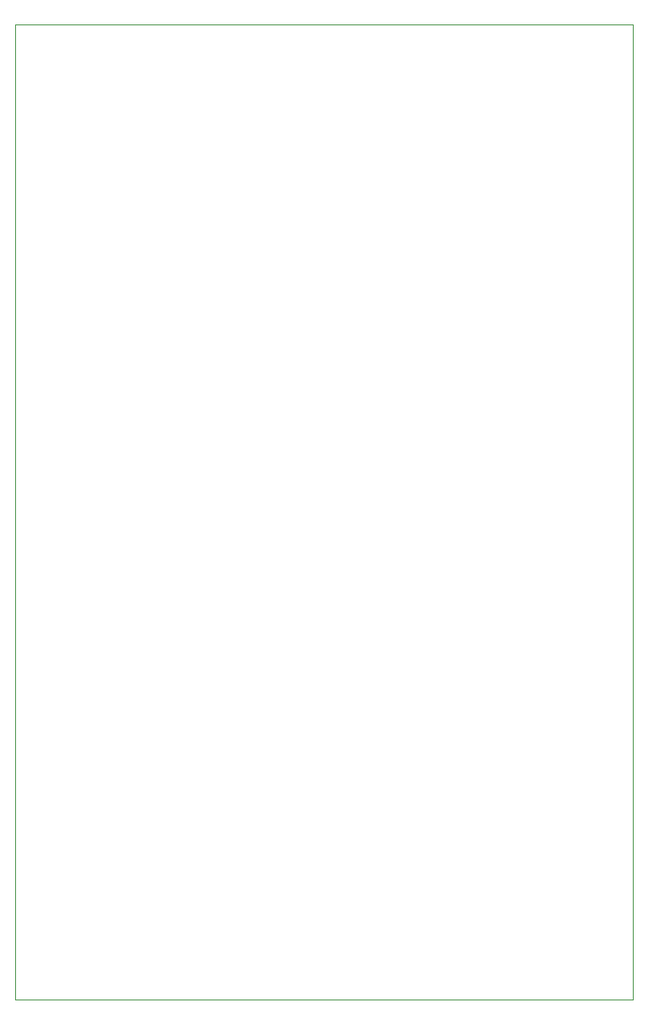
<source format=gbr>
G04 Layer_Color=0*
%FSLAX26Y26*%
%MOIN*%
%TF.FileFunction,Profile,NP*%
%TF.Part,Single*%
G01*
G75*
%TA.AperFunction,Profile*%
%ADD94C,0.001000*%
D94*
X-1485110Y-2970112D02*
X955945Y-2970112D01*
X955945Y881998D01*
X-1485110Y881998D01*
X-1485110Y-2970112D01*
%TF.MD5,3d5682c1a11ca37dd1ca36ff0f0de321*%
M02*

</source>
